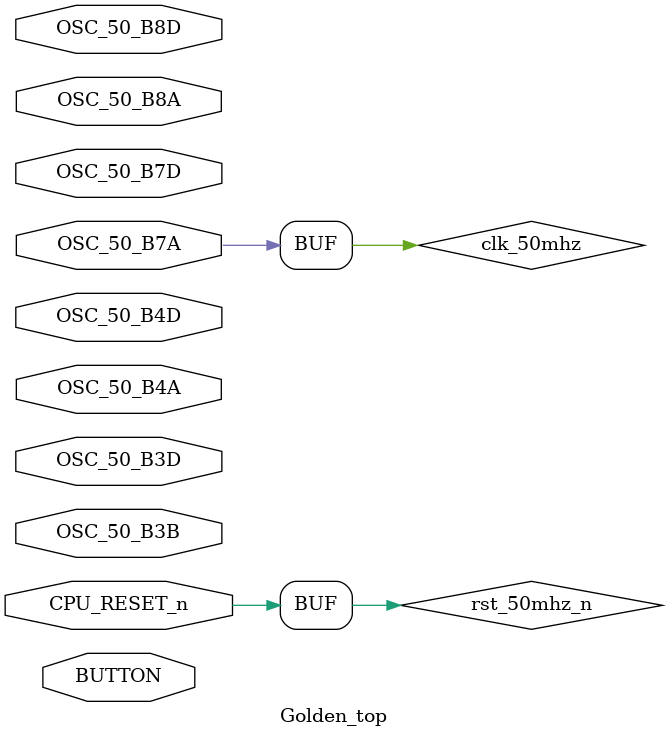
<source format=v>

module Golden_top(
  input wire OSC_50_B3B,
  input wire OSC_50_B3D,
  input wire OSC_50_B4A,
  input wire OSC_50_B4D,
  input wire OSC_50_B7A,
  input wire OSC_50_B7D,
  input wire OSC_50_B8A,
  input wire OSC_50_B8D,
  input wire [3:0] BUTTON,
  input wire CPU_RESET_n
);

wire clk_50mhz = OSC_50_B7A;
wire rst_50mhz_n = CPU_RESET_n;

S5_DDR3_QSYS u0 (
  .clk_clk       (clk_50mhz),
  .reset_reset_n (rst_50mhz_n)
);

endmodule 

</source>
